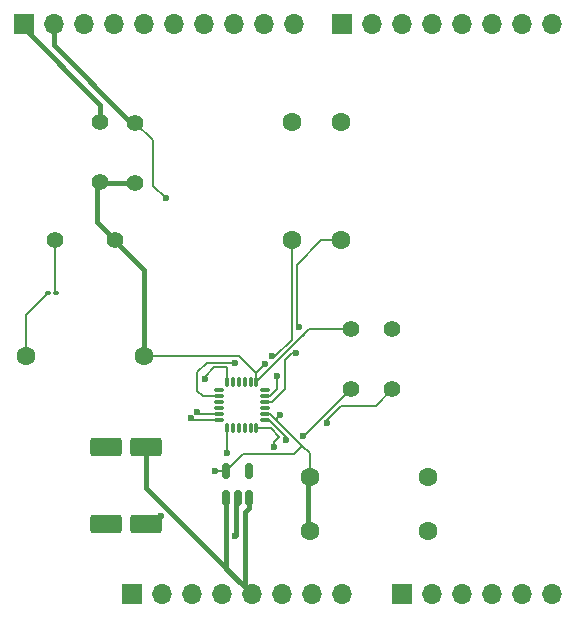
<source format=gbr>
%TF.GenerationSoftware,KiCad,Pcbnew,9.0.4*%
%TF.CreationDate,2025-08-24T03:11:57+05:30*%
%TF.ProjectId,Arduino Shield,41726475-696e-46f2-9053-6869656c642e,rev?*%
%TF.SameCoordinates,Original*%
%TF.FileFunction,Copper,L1,Top*%
%TF.FilePolarity,Positive*%
%FSLAX46Y46*%
G04 Gerber Fmt 4.6, Leading zero omitted, Abs format (unit mm)*
G04 Created by KiCad (PCBNEW 9.0.4) date 2025-08-24 03:11:57*
%MOMM*%
%LPD*%
G01*
G04 APERTURE LIST*
G04 Aperture macros list*
%AMRoundRect*
0 Rectangle with rounded corners*
0 $1 Rounding radius*
0 $2 $3 $4 $5 $6 $7 $8 $9 X,Y pos of 4 corners*
0 Add a 4 corners polygon primitive as box body*
4,1,4,$2,$3,$4,$5,$6,$7,$8,$9,$2,$3,0*
0 Add four circle primitives for the rounded corners*
1,1,$1+$1,$2,$3*
1,1,$1+$1,$4,$5*
1,1,$1+$1,$6,$7*
1,1,$1+$1,$8,$9*
0 Add four rect primitives between the rounded corners*
20,1,$1+$1,$2,$3,$4,$5,0*
20,1,$1+$1,$4,$5,$6,$7,0*
20,1,$1+$1,$6,$7,$8,$9,0*
20,1,$1+$1,$8,$9,$2,$3,0*%
G04 Aperture macros list end*
%TA.AperFunction,SMDPad,CuDef*%
%ADD10RoundRect,0.100000X-0.130000X-0.100000X0.130000X-0.100000X0.130000X0.100000X-0.130000X0.100000X0*%
%TD*%
%TA.AperFunction,ComponentPad*%
%ADD11C,1.400000*%
%TD*%
%TA.AperFunction,SMDPad,CuDef*%
%ADD12RoundRect,0.150000X0.150000X-0.512500X0.150000X0.512500X-0.150000X0.512500X-0.150000X-0.512500X0*%
%TD*%
%TA.AperFunction,SMDPad,CuDef*%
%ADD13RoundRect,0.075000X0.350000X0.075000X-0.350000X0.075000X-0.350000X-0.075000X0.350000X-0.075000X0*%
%TD*%
%TA.AperFunction,SMDPad,CuDef*%
%ADD14RoundRect,0.075000X0.075000X-0.350000X0.075000X0.350000X-0.075000X0.350000X-0.075000X-0.350000X0*%
%TD*%
%TA.AperFunction,ComponentPad*%
%ADD15O,1.700000X1.700000*%
%TD*%
%TA.AperFunction,ComponentPad*%
%ADD16R,1.700000X1.700000*%
%TD*%
%TA.AperFunction,ComponentPad*%
%ADD17C,1.600000*%
%TD*%
%TA.AperFunction,SMDPad,CuDef*%
%ADD18RoundRect,0.250000X1.075000X0.550000X-1.075000X0.550000X-1.075000X-0.550000X1.075000X-0.550000X0*%
%TD*%
%TA.AperFunction,ViaPad*%
%ADD19C,0.600000*%
%TD*%
%TA.AperFunction,Conductor*%
%ADD20C,0.200000*%
%TD*%
%TA.AperFunction,Conductor*%
%ADD21C,0.400000*%
%TD*%
%TA.AperFunction,Conductor*%
%ADD22C,0.250000*%
%TD*%
G04 APERTURE END LIST*
D10*
%TO.P,D1,1,K*%
%TO.N,GND*%
X120860000Y-72000000D03*
%TO.P,D1,2,A*%
%TO.N,Net-(D1-A)*%
X121500000Y-72000000D03*
%TD*%
D11*
%TO.P,R1,1*%
%TO.N,VCC*%
X128250000Y-62620000D03*
%TO.P,R1,2*%
%TO.N,SDA{slash}A4*%
X128250000Y-57540000D03*
%TD*%
%TO.P,R2,1*%
%TO.N,VCC*%
X125250000Y-62580000D03*
%TO.P,R2,2*%
%TO.N,SCL{slash}A5*%
X125250000Y-57500000D03*
%TD*%
D12*
%TO.P,U2,5,VOUT*%
%TO.N,VCC*%
X135960000Y-87000000D03*
%TO.P,U2,4,NC*%
%TO.N,unconnected-(U2-NC-Pad4)*%
X137860000Y-87000000D03*
%TO.P,U2,3,EN*%
%TO.N,+5V*%
X137860000Y-89275000D03*
%TO.P,U2,2,GND*%
%TO.N,GND*%
X136910000Y-89275000D03*
%TO.P,U2,1,VIN*%
%TO.N,+5V*%
X135960000Y-89275000D03*
%TD*%
D13*
%TO.P,U1,24,SDA*%
%TO.N,SDA{slash}A4*%
X135300000Y-82700000D03*
%TO.P,U1,23,SCL*%
%TO.N,SCL{slash}A5*%
X135300000Y-82200000D03*
%TO.P,U1,22,RESV*%
%TO.N,unconnected-(U1-RESV-Pad22)*%
X135300000Y-81700000D03*
%TO.P,U1,21,RESV*%
%TO.N,unconnected-(U1-RESV-Pad21)*%
X135300000Y-81200000D03*
%TO.P,U1,20,CPOUT*%
%TO.N,Net-(U1-CPOUT)*%
X135300000Y-80700000D03*
%TO.P,U1,19,RESV*%
%TO.N,unconnected-(U1-RESV-Pad19)*%
X135300000Y-80200000D03*
D14*
%TO.P,U1,18,GND*%
%TO.N,GND*%
X136000000Y-79500000D03*
%TO.P,U1,17,NC*%
%TO.N,unconnected-(U1-NC-Pad17)*%
X136500000Y-79500000D03*
%TO.P,U1,16,NC*%
%TO.N,unconnected-(U1-NC-Pad16)*%
X137000000Y-79500000D03*
%TO.P,U1,15,NC*%
%TO.N,unconnected-(U1-NC-Pad15)*%
X137500000Y-79500000D03*
%TO.P,U1,14,NC*%
%TO.N,unconnected-(U1-NC-Pad14)*%
X138000000Y-79500000D03*
%TO.P,U1,13,VDD*%
%TO.N,VCC*%
X138500000Y-79500000D03*
D13*
%TO.P,U1,12,INT*%
%TO.N,unconnected-(U1-INT-Pad12)*%
X139200000Y-80200000D03*
%TO.P,U1,11,FSYNC*%
%TO.N,GND*%
X139200000Y-80700000D03*
%TO.P,U1,10,REGOUT*%
%TO.N,Net-(U1-REGOUT)*%
X139200000Y-81200000D03*
%TO.P,U1,9,AD0*%
%TO.N,unconnected-(U1-AD0-Pad9)*%
X139200000Y-81700000D03*
%TO.P,U1,8,VLOGIC*%
%TO.N,VCC*%
X139200000Y-82200000D03*
%TO.P,U1,7,AUX_CL*%
%TO.N,Net-(U1-AUX_CL)*%
X139200000Y-82700000D03*
D14*
%TO.P,U1,6,AUX_DA*%
%TO.N,Net-(U1-AUX_DA)*%
X138500000Y-83400000D03*
%TO.P,U1,5,NC*%
%TO.N,unconnected-(U1-NC-Pad5)*%
X138000000Y-83400000D03*
%TO.P,U1,4,NC*%
%TO.N,unconnected-(U1-NC-Pad4)*%
X137500000Y-83400000D03*
%TO.P,U1,3,NC*%
%TO.N,unconnected-(U1-NC-Pad3)*%
X137000000Y-83400000D03*
%TO.P,U1,2,NC*%
%TO.N,unconnected-(U1-NC-Pad2)*%
X136500000Y-83400000D03*
%TO.P,U1,1,CLKIN*%
%TO.N,GND*%
X136000000Y-83400000D03*
%TD*%
D11*
%TO.P,R5,2*%
%TO.N,Net-(D1-A)*%
X121460000Y-67500000D03*
%TO.P,R5,1*%
%TO.N,VCC*%
X126540000Y-67500000D03*
%TD*%
%TO.P,R4,2*%
%TO.N,Net-(U1-AUX_DA)*%
X146500000Y-80120000D03*
%TO.P,R4,1*%
%TO.N,VCC*%
X146500000Y-75040000D03*
%TD*%
%TO.P,R3,2*%
%TO.N,Net-(U1-AUX_CL)*%
X150000000Y-80080000D03*
%TO.P,R3,1*%
%TO.N,VCC*%
X150000000Y-75000000D03*
%TD*%
D15*
%TO.P,J3,6,Pin_6*%
%TO.N,/A5*%
X163500000Y-97460000D03*
%TO.P,J3,5,Pin_5*%
%TO.N,/A4*%
X160960000Y-97460000D03*
%TO.P,J3,4,Pin_4*%
%TO.N,/A3*%
X158420000Y-97460000D03*
%TO.P,J3,3,Pin_3*%
%TO.N,/A2*%
X155880000Y-97460000D03*
%TO.P,J3,2,Pin_2*%
%TO.N,/A1*%
X153340000Y-97460000D03*
D16*
%TO.P,J3,1,Pin_1*%
%TO.N,/A0*%
X150800000Y-97460000D03*
%TD*%
D15*
%TO.P,J2,10,Pin_10*%
%TO.N,/8*%
X141656000Y-49200000D03*
%TO.P,J2,9,Pin_9*%
%TO.N,/\u002A9*%
X139116000Y-49200000D03*
%TO.P,J2,8,Pin_8*%
%TO.N,/\u002A10*%
X136576000Y-49200000D03*
%TO.P,J2,7,Pin_7*%
%TO.N,/\u002A11*%
X134036000Y-49200000D03*
%TO.P,J2,6,Pin_6*%
%TO.N,/12*%
X131496000Y-49200000D03*
%TO.P,J2,5,Pin_5*%
%TO.N,/13*%
X128956000Y-49200000D03*
%TO.P,J2,4,Pin_4*%
%TO.N,GND*%
X126416000Y-49200000D03*
%TO.P,J2,3,Pin_3*%
%TO.N,/AREF*%
X123876000Y-49200000D03*
%TO.P,J2,2,Pin_2*%
%TO.N,SDA{slash}A4*%
X121336000Y-49200000D03*
D16*
%TO.P,J2,1,Pin_1*%
%TO.N,SCL{slash}A5*%
X118796000Y-49200000D03*
%TD*%
D15*
%TO.P,J1,8,Pin_8*%
%TO.N,VCC1*%
X145720000Y-97460000D03*
%TO.P,J1,7,Pin_7*%
%TO.N,GND*%
X143180000Y-97460000D03*
%TO.P,J1,6,Pin_6*%
X140640000Y-97460000D03*
%TO.P,J1,5,Pin_5*%
%TO.N,+5V*%
X138100000Y-97460000D03*
%TO.P,J1,4,Pin_4*%
%TO.N,+3V3*%
X135560000Y-97460000D03*
%TO.P,J1,3,Pin_3*%
%TO.N,/~{RESET}*%
X133020000Y-97460000D03*
%TO.P,J1,2,Pin_2*%
%TO.N,/IOREF*%
X130480000Y-97460000D03*
D16*
%TO.P,J1,1,Pin_1*%
%TO.N,unconnected-(J1-Pin_1-Pad1)*%
X127940000Y-97460000D03*
%TD*%
D17*
%TO.P,C6,2*%
%TO.N,GND*%
X119000000Y-77250000D03*
%TO.P,C6,1*%
%TO.N,VCC*%
X129000000Y-77250000D03*
%TD*%
D18*
%TO.P,C5,2*%
%TO.N,GND*%
X125785000Y-91500000D03*
%TO.P,C5,1*%
%TO.N,VCC*%
X129135000Y-91500000D03*
%TD*%
D17*
%TO.P,C2,2*%
%TO.N,GND*%
X153000000Y-87500000D03*
%TO.P,C2,1*%
%TO.N,VCC*%
X143000000Y-87500000D03*
%TD*%
%TO.P,C1,2*%
%TO.N,VCC*%
X143000000Y-92100000D03*
%TO.P,C1,1*%
%TO.N,GND*%
X153000000Y-92100000D03*
%TD*%
D16*
%TO.P,J4,1,Pin_1*%
%TO.N,/7*%
X145720000Y-49200000D03*
D15*
%TO.P,J4,2,Pin_2*%
%TO.N,/\u002A6*%
X148260000Y-49200000D03*
%TO.P,J4,3,Pin_3*%
%TO.N,/\u002A5*%
X150800000Y-49200000D03*
%TO.P,J4,4,Pin_4*%
%TO.N,/4*%
X153340000Y-49200000D03*
%TO.P,J4,5,Pin_5*%
%TO.N,/\u002A3*%
X155880000Y-49200000D03*
%TO.P,J4,6,Pin_6*%
%TO.N,/2*%
X158420000Y-49200000D03*
%TO.P,J4,7,Pin_7*%
%TO.N,/TX{slash}1*%
X160960000Y-49200000D03*
%TO.P,J4,8,Pin_8*%
%TO.N,/RX{slash}0*%
X163500000Y-49200000D03*
%TD*%
D17*
%TO.P,C4,1*%
%TO.N,Net-(U1-REGOUT)*%
X145650000Y-67500000D03*
%TO.P,C4,2*%
%TO.N,GND*%
X145650000Y-57500000D03*
%TD*%
D18*
%TO.P,C7,1*%
%TO.N,+5V*%
X129135000Y-85000000D03*
%TO.P,C7,2*%
%TO.N,GND*%
X125785000Y-85000000D03*
%TD*%
D17*
%TO.P,C3,1*%
%TO.N,Net-(U1-CPOUT)*%
X141500000Y-67500000D03*
%TO.P,C3,2*%
%TO.N,GND*%
X141500000Y-57500000D03*
%TD*%
D19*
%TO.N,SDA{slash}A4*%
X130800367Y-63949633D03*
%TO.N,Net-(U1-CPOUT)*%
X139825735Y-77325735D03*
X136700735Y-77850000D03*
%TO.N,VCC*%
X130450051Y-90800001D03*
X135000000Y-87000000D03*
%TO.N,SCL{slash}A5*%
X133500000Y-82000000D03*
%TO.N,SDA{slash}A4*%
X132934313Y-82565687D03*
%TO.N,GND*%
X134100000Y-79212637D03*
X136660000Y-92500000D03*
X136000000Y-85500000D03*
X140250000Y-79000000D03*
%TO.N,Net-(U1-REGOUT)*%
X141810357Y-77038173D03*
X142100000Y-74801000D03*
%TO.N,Net-(U1-AUX_CL)*%
X141000000Y-84400000D03*
X144500000Y-83000000D03*
%TO.N,Net-(U1-AUX_DA)*%
X140000000Y-85000000D03*
X142403677Y-84096323D03*
%TO.N,VCC*%
X139250000Y-78000000D03*
X140500000Y-82250000D03*
%TD*%
D20*
%TO.N,GND*%
X119000000Y-73800000D02*
X119000000Y-77250000D01*
X120860000Y-71940000D02*
X119000000Y-73800000D01*
X120860000Y-72000000D02*
X120860000Y-71940000D01*
%TO.N,Net-(D1-A)*%
X121460000Y-71960000D02*
X121500000Y-72000000D01*
X121460000Y-67500000D02*
X121460000Y-71960000D01*
X121525000Y-71975000D02*
X121500000Y-72000000D01*
%TO.N,SDA{slash}A4*%
X129750000Y-62899266D02*
X129750000Y-59040000D01*
X130800367Y-63949633D02*
X129750000Y-62899266D01*
X129750000Y-59040000D02*
X128250000Y-57540000D01*
%TO.N,Net-(U1-CPOUT)*%
X140107165Y-77325735D02*
X141500000Y-75932900D01*
X139825735Y-77325735D02*
X140107165Y-77325735D01*
X133500000Y-78673530D02*
X134323530Y-77850000D01*
X134323530Y-77850000D02*
X136700735Y-77850000D01*
%TO.N,VCC*%
X137000000Y-77250000D02*
X129000000Y-77250000D01*
X138500000Y-78750000D02*
X137000000Y-77250000D01*
X140229412Y-82520588D02*
X140229412Y-82770588D01*
X140500000Y-82250000D02*
X140229412Y-82520588D01*
X142354412Y-84895588D02*
X140229412Y-82770588D01*
X130450051Y-90800001D02*
X130251052Y-90999000D01*
X130251052Y-90999000D02*
X129135000Y-90999000D01*
X135960000Y-87000000D02*
X135000000Y-87000000D01*
D21*
X126540000Y-67540000D02*
X129000000Y-70000000D01*
X129000000Y-70000000D02*
X129000000Y-77250000D01*
X126540000Y-67500000D02*
X126540000Y-67540000D01*
X125000000Y-62830000D02*
X125000000Y-65960000D01*
X125250000Y-62580000D02*
X125000000Y-62830000D01*
X125000000Y-65960000D02*
X126540000Y-67500000D01*
%TO.N,SCL{slash}A5*%
X118796000Y-49546000D02*
X118796000Y-49200000D01*
X125250000Y-56000000D02*
X118796000Y-49546000D01*
X125250000Y-57500000D02*
X125250000Y-56000000D01*
%TO.N,SDA{slash}A4*%
X121336000Y-50981000D02*
X121336000Y-49200000D01*
X127895000Y-57540000D02*
X121336000Y-50981000D01*
X128250000Y-57540000D02*
X127895000Y-57540000D01*
%TO.N,VCC*%
X125290000Y-62620000D02*
X125250000Y-62580000D01*
X128250000Y-62620000D02*
X125290000Y-62620000D01*
D20*
%TO.N,SDA{slash}A4*%
X133068626Y-82700000D02*
X135300000Y-82700000D01*
X132934313Y-82565687D02*
X133068626Y-82700000D01*
%TO.N,SCL{slash}A5*%
X133700000Y-82200000D02*
X135300000Y-82200000D01*
X133500000Y-82000000D02*
X133700000Y-82200000D01*
%TO.N,GND*%
X139658824Y-80700000D02*
X139200000Y-80700000D01*
D21*
X136750000Y-89435000D02*
X136910000Y-89275000D01*
D20*
X134100000Y-79212637D02*
X134100000Y-79092234D01*
X134100000Y-79092234D02*
X134942234Y-78250000D01*
X136000000Y-78250000D02*
X136000000Y-79500000D01*
X140250000Y-79000000D02*
X140250000Y-80108824D01*
X134942234Y-78250000D02*
X136000000Y-78250000D01*
X136000000Y-85500000D02*
X136000000Y-83400000D01*
D21*
X136750000Y-92410000D02*
X136750000Y-89435000D01*
D20*
X140250000Y-80108824D02*
X139658824Y-80700000D01*
D21*
X136660000Y-92500000D02*
X136750000Y-92410000D01*
%TO.N,+5V*%
X137500000Y-96860000D02*
X137500000Y-90500000D01*
X138100000Y-97460000D02*
X137500000Y-96860000D01*
X129135000Y-88495000D02*
X138100000Y-97460000D01*
X135960000Y-95320000D02*
X135960000Y-89275000D01*
X138100000Y-97460000D02*
X135960000Y-95320000D01*
X137860000Y-90140000D02*
X137860000Y-89275000D01*
X137500000Y-90500000D02*
X137860000Y-90140000D01*
X129135000Y-85000000D02*
X129135000Y-88495000D01*
D20*
%TO.N,VCC*%
X142411357Y-75588643D02*
X142625000Y-75375000D01*
X137359000Y-85601000D02*
X135960000Y-87000000D01*
X146540000Y-75000000D02*
X146500000Y-75040000D01*
D21*
X142900000Y-87600000D02*
X143000000Y-87500000D01*
D20*
X146470000Y-75040000D02*
X143010000Y-75040000D01*
X142960000Y-75040000D02*
X146500000Y-75040000D01*
X143000000Y-87500000D02*
X142500000Y-88000000D01*
X142625000Y-75375000D02*
X142960000Y-75040000D01*
X141649000Y-85601000D02*
X137359000Y-85601000D01*
X142354412Y-84895588D02*
X141649000Y-85601000D01*
D21*
X142900000Y-92100000D02*
X142900000Y-87600000D01*
D20*
X143000000Y-85541176D02*
X142354412Y-84895588D01*
X139658824Y-82200000D02*
X139200000Y-82200000D01*
X143000000Y-87500000D02*
X143000000Y-85541176D01*
X138500000Y-79500000D02*
X142625000Y-75375000D01*
%TO.N,Net-(U1-CPOUT)*%
X141500000Y-67500000D02*
X141500000Y-75932900D01*
%TO.N,Net-(U1-REGOUT)*%
X142100000Y-74801000D02*
X141901000Y-74602000D01*
X139200000Y-81200000D02*
X139800000Y-81200000D01*
X140908550Y-77658550D02*
X141528927Y-77038173D01*
X144000000Y-67500000D02*
X145650000Y-67500000D01*
X141528927Y-77038173D02*
X141810357Y-77038173D01*
X139800000Y-81200000D02*
X140908550Y-80091450D01*
X140908550Y-80091450D02*
X140908550Y-77658550D01*
X141901000Y-69599000D02*
X144000000Y-67500000D01*
X141901000Y-74602000D02*
X141901000Y-69599000D01*
%TO.N,Net-(U1-AUX_CL)*%
X141000000Y-84108276D02*
X139591724Y-82700000D01*
X141000000Y-84400000D02*
X141000000Y-84108276D01*
X144500000Y-83000000D02*
X144500000Y-82687100D01*
X145687100Y-81500000D02*
X148580000Y-81500000D01*
X144500000Y-82687100D02*
X145687100Y-81500000D01*
X139591724Y-82700000D02*
X139200000Y-82700000D01*
X148580000Y-81500000D02*
X150000000Y-80080000D01*
%TO.N,Net-(U1-AUX_DA)*%
X146500000Y-80120000D02*
X142523677Y-84096323D01*
X142523677Y-84096323D02*
X142403677Y-84096323D01*
X139724624Y-83400000D02*
X138500000Y-83400000D01*
X140047943Y-85000000D02*
X140000000Y-84952057D01*
X140000000Y-84550056D02*
X140437340Y-84112716D01*
X140000000Y-85000000D02*
X140047943Y-85000000D01*
X140000000Y-84952057D02*
X140000000Y-84550056D01*
X140437340Y-84112716D02*
X139724624Y-83400000D01*
%TO.N,Net-(U1-CPOUT)*%
X133950000Y-80700000D02*
X135300000Y-80700000D01*
X133500000Y-78673530D02*
X133500000Y-80250000D01*
X133500000Y-80250000D02*
X133950000Y-80700000D01*
%TO.N,VCC*%
X138500000Y-79500000D02*
X138500000Y-78750000D01*
X138500000Y-78750000D02*
X139250000Y-78000000D01*
X140229412Y-82770588D02*
X139658824Y-82200000D01*
D22*
%TO.N,Net-(D1-A)*%
X121500000Y-67540000D02*
X121460000Y-67500000D01*
%TD*%
M02*

</source>
